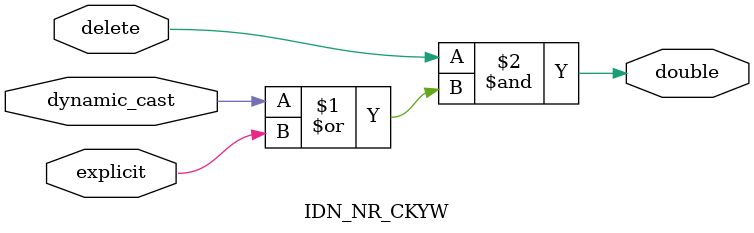
<source format=v>
module IDN_NR_CKYW (delete,dynamic_cast,explicit,double );
   input delete, dynamic_cast, explicit;
   output double;

   assign double = delete & (dynamic_cast | explicit);
endmodule 

</source>
